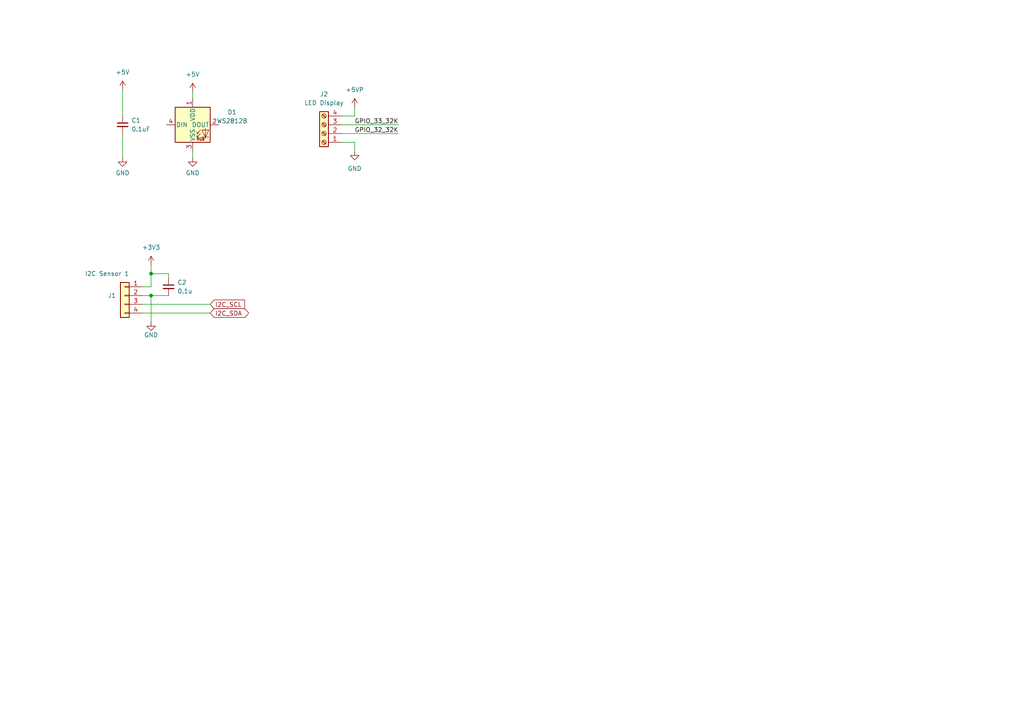
<source format=kicad_sch>
(kicad_sch (version 20230121) (generator eeschema)
  (paper "A4")
  (lib_symbols
    (symbol "Connector:Screw_Terminal_01x04" (pin_names (offset 1.016) hide)
      (property "Reference" "J" (at 0 5.08 0))
      (property "Value" "Screw_Terminal_01x04" (at 0 -7.62 0))
      (symbol "Screw_Terminal_01x04_1_1"
        (rectangle (start -1.27 3.81) (end 1.27 -6.35) (stroke (width 0.254)) (fill (type background)))
        (circle (center 0 -5.08) (radius 0.635) (stroke (width 0.1524)))
        (circle (center 0 -2.54) (radius 0.635) (stroke (width 0.1524)))
        (polyline (pts (xy -0.5334 -4.7498) (xy 0.3302 -5.588)) (stroke (width 0.1524)))
        (polyline (pts (xy -0.5334 -2.2098) (xy 0.3302 -3.048)) (stroke (width 0.1524)))
        (polyline (pts (xy -0.5334 0.3302) (xy 0.3302 -0.508)) (stroke (width 0.1524)))
        (polyline (pts (xy -0.5334 2.8702) (xy 0.3302 2.032)) (stroke (width 0.1524)))
        (polyline (pts (xy -0.3556 -4.572) (xy 0.508 -5.4102)) (stroke (width 0.1524)))
        (polyline (pts (xy -0.3556 -2.032) (xy 0.508 -2.8702)) (stroke (width 0.1524)))
        (polyline (pts (xy -0.3556 0.508) (xy 0.508 -0.3302)) (stroke (width 0.1524)))
        (polyline (pts (xy -0.3556 3.048) (xy 0.508 2.2098)) (stroke (width 0.1524)))
        (circle (center 0 0) (radius 0.635) (stroke (width 0.1524)))
        (circle (center 0 2.54) (radius 0.635) (stroke (width 0.1524)))
        (pin passive line (at -5.08 2.54 0) (length 3.81) (name "Pin_1") (number "1"))
        (pin passive line (at -5.08 0 0) (length 3.81) (name "Pin_2") (number "2"))
        (pin passive line (at -5.08 -2.54 0) (length 3.81) (name "Pin_3") (number "3"))
        (pin passive line (at -5.08 -5.08 0) (length 3.81) (name "Pin_4") (number "4"))
      )
    )
    (symbol "Connector_Generic:Conn_01x04" (pin_names (offset 1.016) hide)
      (property "Reference" "J" (at 0 5.08 0))
      (property "Value" "Conn_01x04" (at 0 -7.62 0))
      (symbol "Conn_01x04_1_1"
        (rectangle (start -1.27 -4.953) (end 0 -5.207) (stroke (width 0.1524)))
        (rectangle (start -1.27 -2.413) (end 0 -2.667) (stroke (width 0.1524)))
        (rectangle (start -1.27 0.127) (end 0 -0.127) (stroke (width 0.1524)))
        (rectangle (start -1.27 2.667) (end 0 2.413) (stroke (width 0.1524)))
        (rectangle (start -1.27 3.81) (end 1.27 -6.35) (stroke (width 0.254)) (fill (type background)))
        (pin passive line (at -5.08 2.54 0) (length 3.81) (name "Pin_1") (number "1"))
        (pin passive line (at -5.08 0 0) (length 3.81) (name "Pin_2") (number "2"))
        (pin passive line (at -5.08 -2.54 0) (length 3.81) (name "Pin_3") (number "3"))
        (pin passive line (at -5.08 -5.08 0) (length 3.81) (name "Pin_4") (number "4"))
      )
    )
    (symbol "Device:C_Small" (pin_numbers hide) (pin_names (offset 0.254) hide)
      (property "Reference" "C" (at 0.254 1.778 0))
      (property "Value" "C_Small" (at 0.254 -2.032 0))
      (symbol "C_Small_0_1"
        (polyline (pts (xy -1.524 -0.508) (xy 1.524 -0.508)) (stroke (width 0.3302)))
        (polyline (pts (xy -1.524 0.508) (xy 1.524 0.508)) (stroke (width 0.3048)))
      )
      (symbol "C_Small_1_1"
        (pin passive line (at 0 2.54 270) (length 2.032) (name "~") (number "1"))
        (pin passive line (at 0 -2.54 90) (length 2.032) (name "~") (number "2"))
      )
    )
    (symbol "LED:WS2812B" (pin_names (offset 0.254))
      (property "Reference" "D" (at 5.08 5.715 0))
      (property "Value" "WS2812B" (at 1.27 -5.715 0))
      (symbol "WS2812B_0_0"
        (text "RGB" (at 2.286 -4.191 0) (effects (font (size 0.762 0.762))))
      )
      (symbol "WS2812B_0_1"
        (polyline (pts (xy 1.27 -3.556) (xy 1.778 -3.556)))
        (polyline (pts (xy 1.27 -2.54) (xy 1.778 -2.54)))
        (polyline (pts (xy 4.699 -3.556) (xy 2.667 -3.556)))
        (polyline (pts (xy 2.286 -2.54) (xy 1.27 -3.556) (xy 1.27 -3.048)))
        (polyline (pts (xy 2.286 -1.524) (xy 1.27 -2.54) (xy 1.27 -2.032)))
        (polyline (pts (xy 3.683 -1.016) (xy 3.683 -3.556) (xy 3.683 -4.064)))
        (polyline (pts (xy 4.699 -1.524) (xy 2.667 -1.524) (xy 3.683 -3.556) (xy 4.699 -1.524)))
        (rectangle (start 5.08 5.08) (end -5.08 -5.08) (stroke (width 0.254)) (fill (type background)))
      )
      (symbol "WS2812B_1_1"
        (pin power_in line (at 0 7.62 270) (length 2.54) (name "VDD") (number "1"))
        (pin output line (at 7.62 0 180) (length 2.54) (name "DOUT") (number "2"))
        (pin power_in line (at 0 -7.62 90) (length 2.54) (name "VSS") (number "3"))
        (pin input line (at -7.62 0 0) (length 2.54) (name "DIN") (number "4"))
      )
    )
    (symbol "power:+3V3" (power) (pin_names (offset 0))
      (property "Value" "+3V3" (at 0 3.556 0))
      (symbol "+3V3_0_1"
        (polyline (pts (xy -0.762 1.27) (xy 0 2.54)))
        (polyline (pts (xy 0 0) (xy 0 2.54)))
        (polyline (pts (xy 0 2.54) (xy 0.762 1.27)))
      )
      (symbol "+3V3_1_1"
        (pin power_in line (at 0 0 90) (length 0) hide (name "+3V3") (number "1"))
      )
    )
    (symbol "power:+5V" (power) (pin_names (offset 0))
      (property "Value" "+5V" (at 0 3.556 0))
      (symbol "+5V_0_1"
        (polyline (pts (xy -0.762 1.27) (xy 0 2.54)))
        (polyline (pts (xy 0 0) (xy 0 2.54)))
        (polyline (pts (xy 0 2.54) (xy 0.762 1.27)))
      )
      (symbol "+5V_1_1"
        (pin power_in line (at 0 0 90) (length 0) hide (name "+5V") (number "1"))
      )
    )
    (symbol "power:+5VP" (power) (pin_names (offset 0))
      (property "Value" "+5VP" (at 0 3.556 0))
      (symbol "+5VP_0_1"
        (polyline (pts (xy -0.762 1.27) (xy 0 2.54)))
        (polyline (pts (xy 0 0) (xy 0 2.54)))
        (polyline (pts (xy 0 2.54) (xy 0.762 1.27)))
      )
      (symbol "+5VP_1_1"
        (pin power_in line (at 0 0 90) (length 0) hide (name "+5VP") (number "1"))
      )
    )
    (symbol "power:GND" (power) (pin_names (offset 0))
      (property "Value" "GND" (at 0 -3.81 0))
      (symbol "GND_0_1"
        (polyline (pts (xy 0 0) (xy 0 -1.27) (xy 1.27 -1.27) (xy 0 -2.54) (xy -1.27 -1.27) (xy 0 -1.27)))
      )
      (symbol "GND_1_1"
        (pin power_in line (at 0 0 270) (length 0) hide (name "GND") (number "1"))
      )
    )
  )
  (junction (at 43.815 79.375))
  (junction (at 43.815 85.725))
  (wire (pts (xy 41.275 83.185) (xy 43.815 83.185)))
  (wire (pts (xy 115.57 38.735) (xy 99.06 38.735)))
  (wire (pts (xy 35.56 26.035) (xy 35.56 33.655)))
  (wire (pts (xy 99.06 41.275) (xy 102.87 41.275)))
  (wire (pts (xy 48.895 80.645) (xy 48.895 79.375)))
  (wire (pts (xy 35.56 38.735) (xy 35.56 45.72)))
  (wire (pts (xy 41.275 88.265) (xy 60.96 88.265)))
  (wire (pts (xy 102.87 33.655) (xy 102.87 31.115)))
  (wire (pts (xy 55.88 43.815) (xy 55.88 45.72)))
  (wire (pts (xy 43.815 76.835) (xy 43.815 79.375)))
  (wire (pts (xy 48.895 79.375) (xy 43.815 79.375)))
  (wire (pts (xy 55.88 26.67) (xy 55.88 28.575)))
  (wire (pts (xy 99.06 33.655) (xy 102.87 33.655)))
  (wire (pts (xy 102.87 41.275) (xy 102.87 43.815)))
  (wire (pts (xy 41.275 90.805) (xy 60.96 90.805)))
  (wire (pts (xy 43.815 85.725) (xy 48.895 85.725)))
  (wire (pts (xy 115.57 36.195) (xy 99.06 36.195)))
  (wire (pts (xy 43.815 85.725) (xy 41.275 85.725)))
  (wire (pts (xy 43.815 93.345) (xy 43.815 85.725)))
  (wire (pts (xy 43.815 83.185) (xy 43.815 79.375)))
  (label "GPIO_32_32K" (at 115.57 38.735 180))
  (label "GPIO_33_32K" (at 115.57 36.195 180))
  (global_label "I2C_SDA" (shape bidirectional) (at 60.96 90.805 0) (property "Intersheetrefs" "${INTERSHEET_REFS}" (effects hide)))
  (global_label "I2C_SCL" (shape input) (at 60.96 88.265 0) (property "Intersheetrefs" "${INTERSHEET_REFS}" (effects hide)))
  (symbol (lib_id "power:GND") (at 43.815 93.345 0) (mirror y) (unit 1)
    (property "Reference" "#PWR06" (effects hide))
    (property "Value" "GND" (at 43.815 97.155 0))
  )
  (symbol (lib_id "power:GND") (at 55.88 45.72 0) (unit 1)
    (property "Reference" "#PWR01" (effects hide))
    (property "Value" "GND" (at 55.88 50.165 0))
  )
  (symbol (lib_id "Connector_Generic:Conn_01x04") (at 36.195 85.725 0) (mirror y) (unit 1)
    (property "Reference" "J1" (at 33.655 85.725 0) (effects (justify left)))
    (property "Value" "I2C Sensor 1" (at 37.465 79.375 0) (effects (justify left)))
    (property "Footprint" "Connector_JST:JST_PH_B4B-PH-SM4-TB_1x04-1MP_P2.00mm_Vertical" (effects hide))
  )
  (symbol (lib_id "Device:C_Small") (at 48.895 83.185 0) (unit 1)
    (property "Reference" "C2" (at 51.435 81.9213 0) (effects (justify left)))
    (property "Value" "0.1u" (at 51.435 84.4613 0) (effects (justify left)))
    (property "Footprint" "Capacitor_SMD:C_0805_2012Metric_Pad1.18x1.45mm_HandSolder" (effects hide))
  )
  (symbol (lib_id "power:+5VP") (at 102.87 31.115 0) (unit 1)
    (property "Reference" "#PWR07" (effects hide))
    (property "Value" "+5VP" (at 102.87 26.035 0))
  )
  (symbol (lib_id "power:GND") (at 35.56 45.72 0) (unit 1)
    (property "Reference" "#PWR03" (effects hide))
    (property "Value" "GND" (at 35.56 50.165 0))
  )
  (symbol (lib_id "power:+5V") (at 35.56 26.035 0) (unit 1)
    (property "Reference" "#PWR04" (effects hide))
    (property "Value" "+5V" (at 35.56 20.955 0))
  )
  (symbol (lib_id "LED:WS2812B") (at 55.88 36.195 0) (unit 1)
    (property "Reference" "D1" (at 67.31 32.5471 0))
    (property "Value" "WS2812B" (at 67.31 35.0871 0))
    (property "Footprint" "LED_SMD:LED_WS2812B_PLCC4_5.0x5.0mm_P3.2mm" (effects hide))
    (property "Datasheet" "https://cdn-shop.adafruit.com/datasheets/WS2812B.pdf" (effects hide))
  )
  (symbol (lib_id "power:+3V3") (at 43.815 76.835 0) (unit 1)
    (property "Reference" "#PWR05" (effects hide))
    (property "Value" "+3V3" (at 43.815 71.755 0))
  )
  (symbol (lib_id "Connector:Screw_Terminal_01x04") (at 93.98 38.735 180) (unit 1)
    (property "Reference" "J2" (at 93.98 27.305 0))
    (property "Value" "LED Display" (at 93.98 29.845 0))
    (property "Footprint" "Connector_Molex:Molex_Micro-Fit_3.0_43045-0418_2x02-1MP_P3.00mm_Vertical" (effects hide))
  )
  (symbol (lib_id "power:GND") (at 102.87 43.815 0) (unit 1)
    (property "Reference" "#PWR08" (effects hide))
    (property "Value" "GND" (at 102.87 48.895 0))
  )
  (symbol (lib_id "power:+5V") (at 55.88 26.67 0) (unit 1)
    (property "Reference" "#PWR02" (effects hide))
    (property "Value" "+5V" (at 55.88 21.59 0))
  )
  (symbol (lib_id "Device:C_Small") (at 35.56 36.195 0) (unit 1)
    (property "Reference" "C1" (at 38.1 34.9313 0) (effects (justify left)))
    (property "Value" "0.1uF" (at 38.1 37.4713 0) (effects (justify left)))
    (property "Footprint" "Capacitor_SMD:C_0402_1005Metric" (effects hide))
  )
)
</source>
